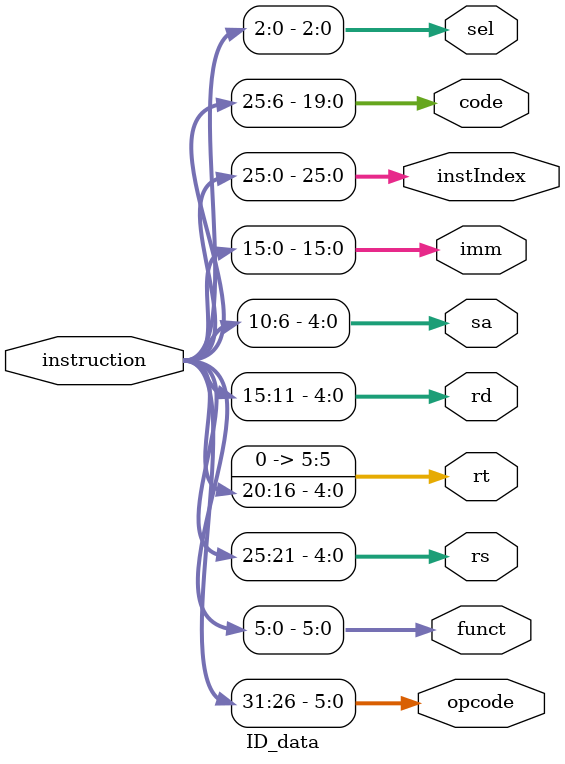
<source format=v>
`timescale 1ns / 1ps


module ID_data(
    input wire [31:0] instruction,
    output wire [5:0] opcode,
    output wire [5:0] funct,
    output wire [4:0] rs,
    output wire [5:0] rt,
    output wire [4:0] rd,
    output wire [4:0] sa,  // sa and base are the same
    output wire [15:0] imm,  // imm and offset are the same
    output wire [25:0] instIndex,
    output wire [19:0] code,
    output wire [2:0] sel
);

assign opcode = instruction[31:26];
assign funct = instruction[5:0];

assign rs = instruction[25:21];
assign rt = instruction[20:16];
assign rd = instruction[15:11];
assign sa = instruction[10:6];

assign imm = instruction[15:0];
assign instIndex = instruction[25:0];

assign code = instruction[25:6];
assign sel = instruction[2:0];

endmodule

</source>
